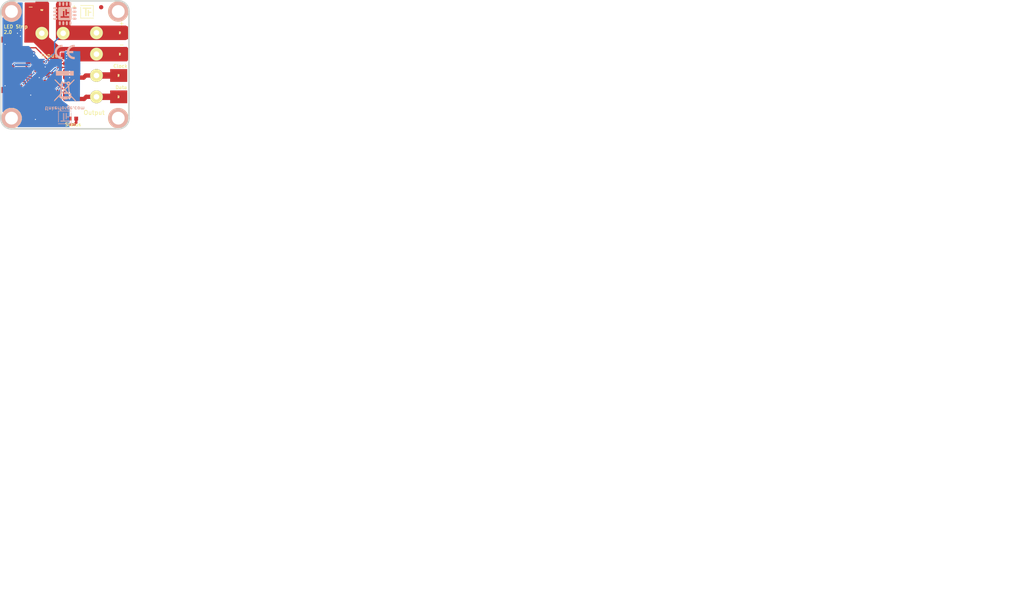
<source format=kicad_pcb>
(kicad_pcb (version 4) (host pcbnew 4.0.7-e2-6376~58~ubuntu17.04.1)
  (title_block (title "LED Strip Bricklet") (date "Mi 08 Jul 2015") (rev 1.1) (company "Tinkerforge GmbH") (comment 1 "Licensed under CERN OHL v.1.1") (comment 2 "Copyright (©) 2015, B.Nordmeyer <bastian@tinkerforge.com>"))
  (layers (0 Vorderseite signal hide) (31 Rückseite signal hide) (34 B.Paste user) (35 F.Paste user) (36 B.SilkS user) (37 F.SilkS user) (38 B.Mask user) (39 F.Mask user) (44 Edge.Cuts user))
  (net 0 "")
  (net 1 +5V)
  (net 2 AGND)
  (net 3 GND)
  (net 4 VCC)
  (net 5 "Net-(D1-Pad1)")
  (net 6 "Net-(D2-Pad1)")
  (net 7 "Net-(J1-Pad2)")
  (net 8 "Net-(P1-Pad4)")
  (net 9 "Net-(P1-Pad5)")
  (net 10 "Net-(P1-Pad6)")
  (net 11 "Net-(Q1-PadG)")
  (net 12 "Net-(Q2-PadG)")
  (net 13 "Net-(D1-Pad2)")
  (net 14 "Net-(C1-Pad1)")
  (net 15 ADC)
  (net 16 S-MISO)
  (net 17 S-MOSI)
  (net 18 S-CLK)
  (net 19 S-CS)
  (net 20 DAT)
  (net 21 CLK)
  (net 22 "Net-(D3-Pad2)")
  (net 23 "Net-(P8-Pad2)")
  (net 24 "Net-(P9-Pad1)")
  (net 25 "Net-(R3-Pad2)")
  (module kicad-libraries:Logo_31x31 (layer Vorderseite) (at 61.5 28.3)
    (fp_text reference G*** hide)
    (fp_text value Logo_31x31 hide)
  )
  (module kicad-libraries:Fiducial_Mark (layer Vorderseite) (at 66.4 28.8)
    (fp_text reference Fiducial_Mark hide)
    (fp_text value VAL** hide)
    (pad 1 smd circle (at 0 0) (size 1.00076 1.00076) (layers Vorderseite F.Paste F.Mask) (clearance 0.65024))
  )
  (module kicad-libraries:Fiducial_Mark (layer Vorderseite) (at 44.9 50.3)
    (fp_text reference Fiducial_Mark hide)
    (fp_text value VAL** hide)
    (pad 1 smd circle (at 0 0) (size 1.00076 1.00076) (layers Vorderseite F.Paste F.Mask) (clearance 0.65024))
  )
  (module kicad-libraries:SOD-323 (layer Vorderseite) (at 59.3 50.3 180)
    (fp_text reference D2)
    (fp_text value ESD5V0D3B-TP)
    (pad 1 smd rect (at -1.3208 0 180) (size 0.762 0.6858) (layers Vorderseite F.Paste F.Mask) (net 6 "Net-(D2-Pad1)"))
    (pad 2 smd rect (at 1.3208 0 180) (size 0.762 0.6858) (layers Vorderseite F.Paste F.Mask) (net 13 "Net-(D1-Pad2)"))
  )
  (module kicad-libraries:SOD-323 (layer Vorderseite) (at 59.3 45.3 180)
    (fp_text reference D1)
    (fp_text value ESD5V0D3B-TP)
    (pad 1 smd rect (at -1.3208 0 180) (size 0.762 0.6858) (layers Vorderseite F.Paste F.Mask) (net 5 "Net-(D1-Pad1)"))
    (pad 2 smd rect (at 1.3208 0 180) (size 0.762 0.6858) (layers Vorderseite F.Paste F.Mask) (net 13 "Net-(D1-Pad2)"))
  )
  (module kicad-libraries:DRILL_NP (layer Vorderseite) (at 45.4 29.8)
    (fp_text reference U5 hide)
    (fp_text value DRILL hide)
    (pad "" np_thru_hole circle (at 0 0) (size 2.99974 2.99974) (drill 2.99974) (layers *.Cu *.Mask F.SilkS) (clearance 0.89916))
  )
  (module kicad-libraries:DRILL_NP (layer Vorderseite) (at 45.4 54.8)
    (fp_text reference U4 hide)
    (fp_text value DRILL hide)
    (pad "" np_thru_hole circle (at 0 0) (size 2.99974 2.99974) (drill 2.99974) (layers *.Cu *.Mask F.SilkS) (clearance 0.89916))
  )
  (module kicad-libraries:DRILL_NP (layer Vorderseite) (at 70.4 29.8)
    (fp_text reference U3 hide)
    (fp_text value DRILL hide)
    (pad "" np_thru_hole circle (at 0 0) (size 2.99974 2.99974) (drill 2.99974) (layers *.Cu *.Mask F.SilkS) (clearance 0.89916))
  )
  (module kicad-libraries:DRILL_NP (layer Vorderseite) (at 70.4 54.8 180)
    (fp_text reference U2 hide)
    (fp_text value DRILL hide)
    (pad "" np_thru_hole circle (at 0 0 180) (size 2.99974 2.99974) (drill 2.99974) (layers *.Cu *.Mask F.SilkS) (clearance 0.89916))
  )
  (module kicad-libraries:SOT23GDS (layer Vorderseite) (at 59 47.9 90)
    (fp_text reference Q2)
    (fp_text value 2N7002P)
    (pad S smd rect (at -0.889 -1.016 90) (size 0.9144 0.9144) (layers Vorderseite F.Paste F.Mask) (net 13 "Net-(D1-Pad2)"))
    (pad G smd rect (at 0.889 -1.016 90) (size 0.9144 0.9144) (layers Vorderseite F.Paste F.Mask) (net 12 "Net-(Q2-PadG)"))
    (pad D smd rect (at 0 1.016 90) (size 0.9144 0.9144) (layers Vorderseite F.Paste F.Mask) (net 6 "Net-(D2-Pad1)"))
  )
  (module kicad-libraries:SOT23GDS (layer Vorderseite) (at 59 42.9 90)
    (fp_text reference Q1)
    (fp_text value 2N7002P)
    (pad S smd rect (at -0.889 -1.016 90) (size 0.9144 0.9144) (layers Vorderseite F.Paste F.Mask) (net 13 "Net-(D1-Pad2)"))
    (pad G smd rect (at 0.889 -1.016 90) (size 0.9144 0.9144) (layers Vorderseite F.Paste F.Mask) (net 11 "Net-(Q1-PadG)"))
    (pad D smd rect (at 0 1.016 90) (size 0.9144 0.9144) (layers Vorderseite F.Paste F.Mask) (net 5 "Net-(D1-Pad1)"))
  )
  (module kicad-libraries:SOLDER_PAD2 (layer Vorderseite) (at 70.5 49.8 270)
    (fp_text reference P7 (at 0 0 270) (layer F.SilkS) (effects (font (size 0.29972 0.29972) (thickness 0.0762))))
    (fp_text value TST (at 0 0 270) (layer F.SilkS) (effects (font (size 0.29972 0.29972) (thickness 0.0762))))
    (pad 1 smd rect (at 0 0 270) (size 3 4) (layers Vorderseite F.Paste F.Mask) (net 6 "Net-(D2-Pad1)"))
  )
  (module kicad-libraries:SOLDER_PAD2 (layer Vorderseite) (at 70.5 44.8 90)
    (fp_text reference P6 (at 0 0 90) (layer F.SilkS) (effects (font (size 0.29972 0.29972) (thickness 0.0762))))
    (fp_text value TST (at 0 0 90) (layer F.SilkS) (effects (font (size 0.29972 0.29972) (thickness 0.0762))))
    (pad 1 smd rect (at 0 0 90) (size 3 4) (layers Vorderseite F.Paste F.Mask) (net 5 "Net-(D1-Pad1)"))
  )
  (module kicad-libraries:SOLDER_PAD2 (layer Vorderseite) (at 70.8 39.8 90)
    (fp_text reference P5 (at 0 0 90) (layer F.SilkS) (effects (font (size 0.29972 0.29972) (thickness 0.0762))))
    (fp_text value TST (at 0 0 90) (layer F.SilkS) (effects (font (size 0.29972 0.29972) (thickness 0.0762))))
    (pad 1 smd rect (at 0 0 90) (size 3 4) (layers Vorderseite F.Paste F.Mask) (net 2 AGND))
  )
  (module kicad-libraries:SOLDER_PAD2 (layer Vorderseite) (at 57.5 29.5)
    (fp_text reference P4 (at 0 0) (layer F.SilkS) (effects (font (size 0.29972 0.29972) (thickness 0.0762))))
    (fp_text value TST (at 0 0) (layer F.SilkS) (effects (font (size 0.29972 0.29972) (thickness 0.0762))))
    (pad 1 smd rect (at 0 0) (size 3 4) (layers Vorderseite F.Paste F.Mask) (net 7 "Net-(J1-Pad2)"))
  )
  (module kicad-libraries:SOLDER_PAD2 (layer Vorderseite) (at 70.8 34.8 90)
    (fp_text reference P3 (at 0 0 90) (layer F.SilkS) (effects (font (size 0.29972 0.29972) (thickness 0.0762))))
    (fp_text value TST (at 0 0 90) (layer F.SilkS) (effects (font (size 0.29972 0.29972) (thickness 0.0762))))
    (pad 1 smd rect (at 0 0 90) (size 3 4) (layers Vorderseite F.Paste F.Mask) (net 7 "Net-(J1-Pad2)"))
  )
  (module kicad-libraries:SOLDER_PAD2 (layer Vorderseite) (at 52.5 29.5 180)
    (fp_text reference P2 (at 0 0 180) (layer F.SilkS) (effects (font (size 0.29972 0.29972) (thickness 0.0762))))
    (fp_text value TST (at 0 0 180) (layer F.SilkS) (effects (font (size 0.29972 0.29972) (thickness 0.0762))))
    (pad 1 smd rect (at 0 0 180) (size 3 4) (layers Vorderseite F.Paste F.Mask) (net 2 AGND))
  )
  (module kicad-libraries:AKL_5_2 (layer Vorderseite) (at 65.3 47.3 270)
    (fp_text reference J3)
    (fp_text value AKL_5_2)
    (pad 1 thru_hole circle (at -2.49936 0 270) (size 2.99974 2.99974) (drill 1.30048) (layers *.Cu *.Mask F.SilkS) (net 5 "Net-(D1-Pad1)"))
    (pad 2 thru_hole circle (at 2.49936 0 270) (size 2.99974 2.99974) (drill 1.30048) (layers *.Cu *.Mask F.SilkS) (net 6 "Net-(D2-Pad1)"))
  )
  (module kicad-libraries:AKL_5_2 (layer Vorderseite) (at 65.3 37.3 270)
    (fp_text reference J2)
    (fp_text value AKL_5_2)
    (pad 1 thru_hole circle (at -2.49936 0 270) (size 2.99974 2.99974) (drill 1.30048) (layers *.Cu *.Mask F.SilkS) (net 7 "Net-(J1-Pad2)"))
    (pad 2 thru_hole circle (at 2.49936 0 270) (size 2.99974 2.99974) (drill 1.30048) (layers *.Cu *.Mask F.SilkS) (net 2 AGND))
  )
  (module kicad-libraries:AKL_5_2 (layer Vorderseite) (at 55 34.9)
    (fp_text reference J1)
    (fp_text value AKL_5_2)
    (pad 1 thru_hole circle (at -2.49936 0) (size 2.99974 2.99974) (drill 1.30048) (layers *.Cu *.Mask F.SilkS) (net 2 AGND))
    (pad 2 thru_hole circle (at 2.49936 0) (size 2.99974 2.99974) (drill 1.30048) (layers *.Cu *.Mask F.SilkS) (net 7 "Net-(J1-Pad2)"))
  )
  (module kicad-libraries:WEEE_7mm (layer Rückseite) (at 57.9 47.3)
    (fp_text reference VAL hide)
    (fp_text value WEEE_7mm hide)
  )
  (module kicad-libraries:CE_5mm (layer Rückseite) (at 57.9 39.3)
    (fp_text reference VAL hide)
    (fp_text value CE_5mm hide)
  )
  (module kicad-libraries:Logo_31x31 (layer Rückseite) (at 56.3 56.2)
    (fp_text reference G*** hide)
    (fp_text value Logo_31x31 hide)
  )
  (module kicad-libraries:F1206 (layer Vorderseite) (at 58.9 40.2)
    (fp_text reference F1)
    (fp_text value FUSE)
    (pad 1 smd rect (at -1.50114 0) (size 1.00076 1.6002) (layers Vorderseite F.Paste F.Mask) (net 13 "Net-(D1-Pad2)"))
    (pad 2 smd rect (at 1.50114 0) (size 1.00076 1.6002) (layers Vorderseite F.Paste F.Mask) (net 2 AGND))
  )
  (module C0402E (layer Vorderseite) (at 49.1 48.2 315)
    (fp_text reference C1)
    (fp_text value 220pF)
    (pad 1 smd rect (at -0.65 0 315) (size 0.7 0.9) (layers Vorderseite F.Paste F.Mask) (net 14 "Net-(C1-Pad1)"))
    (pad 2 smd rect (at 0.65 0 315) (size 0.7 0.9) (layers Vorderseite F.Paste F.Mask) (net 3 GND))
  )
  (module kicad-libraries:C0805E (layer Vorderseite) (at 49.5 40.4 90)
    (fp_text reference C2)
    (fp_text value 10uF)
    (pad 1 smd rect (at -0.95 0 90) (size 1.3 1.5) (layers Vorderseite F.Paste F.Mask) (net 4 VCC) (clearance 0.14986))
    (pad 2 smd rect (at 0.95 0 90) (size 1.3 1.5) (layers Vorderseite F.Paste F.Mask) (net 3 GND) (clearance 0.14986))
  )
  (module kicad-libraries:C0603F (layer Vorderseite) (at 52.6 54.9 180)
    (fp_text reference C3)
    (fp_text value 100nF)
    (pad 1 smd rect (at -0.75 0 180) (size 0.9 0.9) (layers Vorderseite F.Paste F.Mask) (net 4 VCC))
    (pad 2 smd rect (at 0.75 0 180) (size 0.9 0.9) (layers Vorderseite F.Paste F.Mask) (net 3 GND))
  )
  (module kicad-libraries:C0603F (layer Vorderseite) (at 52.6 44.5 180)
    (fp_text reference C4)
    (fp_text value 100nF)
    (pad 1 smd rect (at -0.75 0 180) (size 0.9 0.9) (layers Vorderseite F.Paste F.Mask) (net 1 +5V))
    (pad 2 smd rect (at 0.75 0 180) (size 0.9 0.9) (layers Vorderseite F.Paste F.Mask) (net 3 GND))
  )
  (module kicad-libraries:R0603F (layer Vorderseite) (at 48.25 34.9)
    (fp_text reference L1)
    (fp_text value FB)
    (pad 1 smd rect (at -0.75 0) (size 0.9 0.9) (layers Vorderseite F.Paste F.Mask) (net 3 GND))
    (pad 2 smd rect (at 0.75 0) (size 0.9 0.9) (layers Vorderseite F.Paste F.Mask) (net 2 AGND))
  )
  (module kicad-libraries:CON-SENSOR2 (layer Vorderseite) (at 43 42.3 270)
    (fp_text reference P1)
    (fp_text value CON-SENSOR)
    (pad 1 smd rect (at -3.75 -4.6 270) (size 0.6 1.8) (layers Vorderseite F.Paste F.Mask) (net 1 +5V))
    (pad 2 smd rect (at -2.5 -4.6 270) (size 0.6 1.8) (layers Vorderseite F.Paste F.Mask) (net 3 GND))
    (pad EP smd rect (at -5.9 -1.2 270) (size 1.4 2.4) (layers Vorderseite F.Paste F.Mask) (net 3 GND))
    (pad EP smd rect (at 5.9 -1.2 270) (size 1.4 2.4) (layers Vorderseite F.Paste F.Mask) (net 3 GND))
    (pad 3 smd rect (at -1.25 -4.6 270) (size 0.6 1.8) (layers Vorderseite F.Paste F.Mask) (net 4 VCC))
    (pad 4 smd rect (at 0 -4.6 270) (size 0.6 1.8) (layers Vorderseite F.Paste F.Mask) (net 8 "Net-(P1-Pad4)"))
    (pad 5 smd rect (at 1.25 -4.6 270) (size 0.6 1.8) (layers Vorderseite F.Paste F.Mask) (net 9 "Net-(P1-Pad5)"))
    (pad 6 smd rect (at 2.5 -4.6 270) (size 0.6 1.8) (layers Vorderseite F.Paste F.Mask) (net 10 "Net-(P1-Pad6)"))
    (pad 7 smd rect (at 3.75 -4.6 270) (size 0.6 1.8) (layers Vorderseite F.Paste F.Mask) (net 14 "Net-(C1-Pad1)"))
  )
  (module kicad-libraries:R0603F (layer Vorderseite) (at 51.7 43 180)
    (fp_text reference R1)
    (fp_text value 1k)
    (pad 1 smd rect (at -0.75 0 180) (size 0.9 0.9) (layers Vorderseite F.Paste F.Mask) (net 3 GND))
    (pad 2 smd rect (at 0.75 0 180) (size 0.9 0.9) (layers Vorderseite F.Paste F.Mask) (net 15 ADC))
  )
  (module kicad-libraries:R0603F (layer Vorderseite) (at 51.7 41.6)
    (fp_text reference R2)
    (fp_text value 10k)
    (pad 1 smd rect (at -0.75 0) (size 0.9 0.9) (layers Vorderseite F.Paste F.Mask) (net 15 ADC))
    (pad 2 smd rect (at 0.75 0) (size 0.9 0.9) (layers Vorderseite F.Paste F.Mask) (net 7 "Net-(J1-Pad2)"))
  )
  (module kicad-libraries:4X0402 (layer Vorderseite) (at 50.3 46.9 225)
    (fp_text reference RP1)
    (fp_text value 82)
    (pad 1 smd rect (at -0.7493 0.575 45) (size 0.29972 0.65) (layers Vorderseite F.Paste F.Mask) (net 8 "Net-(P1-Pad4)"))
    (pad 2 smd rect (at -0.24892 0.575 45) (size 0.29972 0.65) (layers Vorderseite F.Paste F.Mask) (net 9 "Net-(P1-Pad5)"))
    (pad 3 smd rect (at 0.24892 0.575 45) (size 0.29972 0.65) (layers Vorderseite F.Paste F.Mask) (net 10 "Net-(P1-Pad6)"))
    (pad 4 smd rect (at 0.7493 0.575 45) (size 0.29972 0.65) (layers Vorderseite F.Paste F.Mask) (net 14 "Net-(C1-Pad1)"))
    (pad 5 smd rect (at 0.7493 -0.575 225) (size 0.29972 0.65) (layers Vorderseite F.Paste F.Mask) (net 16 S-MISO))
    (pad 6 smd rect (at 0.24892 -0.575 225) (size 0.29972 0.65) (layers Vorderseite F.Paste F.Mask) (net 17 S-MOSI))
    (pad 7 smd rect (at -0.24892 -0.575 225) (size 0.29972 0.65) (layers Vorderseite F.Paste F.Mask) (net 18 S-CLK))
    (pad 8 smd rect (at -0.7493 -0.575 225) (size 0.29972 0.65) (layers Vorderseite F.Paste F.Mask) (net 19 S-CS))
  )
  (module kicad-libraries:4X0603 (layer Vorderseite) (at 55.6 45.4 270)
    (fp_text reference RP3)
    (fp_text value 1k)
    (pad 1 smd rect (at -1.19888 -0.8509 270) (size 0.44958 0.89916) (layers Vorderseite F.Paste F.Mask) (net 5 "Net-(D1-Pad1)"))
    (pad 2 smd rect (at -0.39878 -0.8509 270) (size 0.44958 0.89916) (layers Vorderseite F.Paste F.Mask))
    (pad 3 smd rect (at 0.39878 -0.8509 270) (size 0.44958 0.89916) (layers Vorderseite F.Paste F.Mask))
    (pad 4 smd rect (at 1.19888 -0.8509 270) (size 0.44958 0.89916) (layers Vorderseite F.Paste F.Mask) (net 6 "Net-(D2-Pad1)"))
    (pad 5 smd rect (at 1.19888 0.8509 270) (size 0.44958 0.89916) (layers Vorderseite F.Paste F.Mask) (net 1 +5V))
    (pad 6 smd rect (at 0.39878 0.8509 270) (size 0.44958 0.89916) (layers Vorderseite F.Paste F.Mask) (net 1 +5V))
    (pad 7 smd rect (at -0.39878 0.8509 270) (size 0.44958 0.89916) (layers Vorderseite F.Paste F.Mask) (net 1 +5V))
    (pad 8 smd rect (at -1.19888 0.8509 270) (size 0.44958 0.89916) (layers Vorderseite F.Paste F.Mask) (net 1 +5V))
  )
  (module kicad-libraries:QFN24-4x4mm-0.5mm (layer Vorderseite) (at 52.6 51.5)
    (fp_text reference U1)
    (fp_text value XMC1302)
    (pad 1 smd oval (at -2.025 -1.25) (size 1 0.3) (layers Vorderseite F.Paste F.Mask) (net 16 S-MISO))
    (pad 2 smd oval (at -2.025 -0.75) (size 1 0.3) (layers Vorderseite F.Paste F.Mask) (net 15 ADC))
    (pad 3 smd oval (at -2.025 -0.25) (size 1 0.3) (layers Vorderseite F.Paste F.Mask))
    (pad 4 smd oval (at -2.025 0.25) (size 1 0.3) (layers Vorderseite F.Paste F.Mask))
    (pad 5 smd oval (at -2.025 0.75) (size 1 0.3) (layers Vorderseite F.Paste F.Mask))
    (pad 6 smd oval (at -2.025 1.25) (size 1 0.3) (layers Vorderseite F.Paste F.Mask))
    (pad 7 smd oval (at -1.25 2.025 90) (size 1 0.3) (layers Vorderseite F.Paste F.Mask) (net 24 "Net-(P9-Pad1)"))
    (pad 8 smd oval (at -0.75 2.025 90) (size 1 0.3) (layers Vorderseite F.Paste F.Mask))
    (pad 9 smd oval (at -0.25 2.025 90) (size 1 0.3) (layers Vorderseite F.Paste F.Mask) (net 3 GND))
    (pad 10 smd oval (at 0.25 2.025 90) (size 1 0.3) (layers Vorderseite F.Paste F.Mask) (net 4 VCC))
    (pad 11 smd oval (at 0.75 2.025 90) (size 1 0.3) (layers Vorderseite F.Paste F.Mask))
    (pad 12 smd oval (at 1.25 2.025 90) (size 1 0.3) (layers Vorderseite F.Paste F.Mask))
    (pad 13 smd oval (at 2.025 1.25) (size 1 0.3) (layers Vorderseite F.Paste F.Mask) (net 25 "Net-(R3-Pad2)"))
    (pad 14 smd oval (at 2.025 0.75) (size 1 0.3) (layers Vorderseite F.Paste F.Mask) (net 23 "Net-(P8-Pad2)"))
    (pad 15 smd oval (at 2.025 0.25) (size 1 0.3) (layers Vorderseite F.Paste F.Mask))
    (pad 16 smd oval (at 2.025 -0.25) (size 1 0.3) (layers Vorderseite F.Paste F.Mask))
    (pad 17 smd oval (at 2.025 -0.75) (size 1 0.3) (layers Vorderseite F.Paste F.Mask) (net 20 DAT))
    (pad 18 smd oval (at 2.025 -1.25) (size 1 0.3) (layers Vorderseite F.Paste F.Mask))
    (pad 19 smd oval (at 1.25 -2.025 90) (size 1 0.3) (layers Vorderseite F.Paste F.Mask) (net 21 CLK))
    (pad 20 smd oval (at 0.75 -2.025 90) (size 1 0.3) (layers Vorderseite F.Paste F.Mask))
    (pad 21 smd oval (at 0.25 -2.025 90) (size 1 0.3) (layers Vorderseite F.Paste F.Mask))
    (pad 22 smd oval (at -0.25 -2.025 90) (size 1 0.3) (layers Vorderseite F.Paste F.Mask) (net 19 S-CS))
    (pad 23 smd oval (at -0.75 -2.025 90) (size 1 0.3) (layers Vorderseite F.Paste F.Mask) (net 18 S-CLK))
    (pad 24 smd oval (at -1.25 -2.025 90) (size 1 0.3) (layers Vorderseite F.Paste F.Mask) (net 17 S-MOSI))
    (pad EXP smd rect (at 0.65 0.65) (size 1.3 1.3) (layers Vorderseite F.Paste F.Mask) (net 3 GND))
    (pad EXP smd rect (at 0.65 -0.65) (size 1.3 1.3) (layers Vorderseite F.Paste F.Mask) (net 3 GND))
    (pad EXP smd rect (at -0.65 0.65) (size 1.3 1.3) (layers Vorderseite F.Paste F.Mask) (net 3 GND))
    (pad EXP smd rect (at -0.65 -0.65) (size 1.3 1.3) (layers Vorderseite F.Paste F.Mask) (net 3 GND))
  )
  (module D0603F (layer Vorderseite) (at 59.8 54.9 180)
    (fp_text reference D3)
    (fp_text value blue)
    (pad 1 smd rect (at -0.75 0 180) (size 0.9 0.9) (layers Vorderseite F.Paste F.Mask) (net 4 VCC))
    (pad 2 smd rect (at 0.75 0 180) (size 0.9 0.9) (layers Vorderseite F.Paste F.Mask) (net 22 "Net-(D3-Pad2)"))
  )
  (module kicad-libraries:SolderJumper (layer Vorderseite) (at 57.3 52.2 180)
    (fp_text reference P8)
    (fp_text value Boot)
    (pad 2 smd rect (at 0.55 0 180) (size 0.3 1.4) (layers Vorderseite F.Mask) (net 23 "Net-(P8-Pad2)"))
    (pad 2 smd rect (at 0.15 0 180) (size 0.6 0.5) (layers Vorderseite F.Mask) (net 23 "Net-(P8-Pad2)"))
    (pad 1 smd rect (at -0.5 0 180) (size 0.4 1.4) (layers Vorderseite F.Mask) (net 3 GND))
    (pad 1 smd rect (at -0.225 0.55 180) (size 0.95 0.3) (layers Vorderseite F.Mask) (net 3 GND))
    (pad 1 smd rect (at -0.225 -0.55 180) (size 0.95 0.3) (layers Vorderseite F.Mask) (net 3 GND))
  )
  (module kicad-libraries:DEBUG_PAD (layer Vorderseite) (at 49.8 54.2)
    (fp_text reference P9)
    (fp_text value Debug)
    (pad 1 smd circle (at 0 0) (size 0.7 0.7) (layers Vorderseite F.Paste F.Mask) (net 24 "Net-(P9-Pad1)"))
  )
  (module kicad-libraries:R0603F (layer Vorderseite) (at 56.9 54.9 180)
    (fp_text reference R3)
    (fp_text value 1k)
    (pad 1 smd rect (at -0.75 0 180) (size 0.9 0.9) (layers Vorderseite F.Paste F.Mask) (net 22 "Net-(D3-Pad2)"))
    (pad 2 smd rect (at 0.75 0 180) (size 0.9 0.9) (layers Vorderseite F.Paste F.Mask) (net 25 "Net-(R3-Pad2)"))
  )
  (module kicad-libraries:R0603F (layer Vorderseite) (at 53.2 47.1 90)
    (fp_text reference R4)
    (fp_text value 470)
    (pad 1 smd rect (at -0.75 0 90) (size 0.9 0.9) (layers Vorderseite F.Paste F.Mask) (net 21 CLK))
    (pad 2 smd rect (at 0.75 0 90) (size 0.9 0.9) (layers Vorderseite F.Paste F.Mask) (net 11 "Net-(Q1-PadG)"))
  )
  (module kicad-libraries:R0603F (layer Vorderseite) (at 56.2 49.5 90)
    (fp_text reference R5)
    (fp_text value 470)
    (pad 1 smd rect (at -0.75 0 90) (size 0.9 0.9) (layers Vorderseite F.Paste F.Mask) (net 20 DAT))
    (pad 2 smd rect (at 0.75 0 90) (size 0.9 0.9) (layers Vorderseite F.Paste F.Mask) (net 12 "Net-(Q2-PadG)"))
  )
  (module kicad-libraries:Logo_CoMCU (layer Rückseite) (at 57.9 30.3)
    (fp_text reference G*** hide)
    (fp_text value LOGO hide)
  )
  (gr_text Status (at 59.8 56.3) (layer F.SilkS) (effects (font (size 0.8 0.8))))
  (gr_text tinkerforge.com (at 57.9 52.5 180) (layer B.SilkS) (effects (font (size 0.8 0.8)) (justify mirror)))
  (gr_text "LED Strip\n2.0" (at 43.5 34) (layer F.SilkS) (effects (font (size 0.8 0.8)) (justify left)))
  (gr_text Output (at 64.75 53.5) (layer F.SilkS) (effects (font (size 1 1))))
  (gr_text Input (at 54.2 40.1) (layer F.SilkS) (effects (font (size 1 1))))
  (gr_text Data (at 71.1 47.6) (layer F.SilkS) (effects (font (size 0.8 0.8))))
  (gr_text - (at 71.2 37.6) (layer F.SilkS) (effects (font (size 1 1))))
  (gr_text Clock (at 70.9 42.6) (layer F.SilkS) (effects (font (size 0.8 0.8))))
  (gr_text + (at 71.2 32.6) (layer F.SilkS) (effects (font (size 1 1))))
  (gr_text - (at 49.9 28.7) (layer F.SilkS) (effects (font (size 1 1))))
  (gr_text + (at 60.1 28.7) (layer F.SilkS) (effects (font (size 1 1))))
  (gr_line (start 70.4 57.3) (end 45.4 57.3) (angle 90) (layer Edge.Cuts) (width 0.381))
  (gr_line (start 70.4 27.3) (end 45.4 27.3) (angle 90) (layer Edge.Cuts) (width 0.381))
  (gr_line (start 72.9 29.8) (end 72.9 54.8) (angle 90) (layer Edge.Cuts) (width 0.381))
  (gr_line (start 42.9 54.8) (end 42.9 29.8) (angle 90) (layer Edge.Cuts) (width 0.381))
  (gr_arc (start 70.4 54.8) (end 72.9 54.8) (angle 90) (layer Edge.Cuts) (width 0.381))
  (gr_arc (start 45.4 54.8) (end 45.4 57.3) (angle 90) (layer Edge.Cuts) (width 0.381))
  (gr_arc (start 45.4 29.8) (end 42.9 29.8) (angle 90) (layer Edge.Cuts) (width 0.381))
  (gr_arc (start 70.4 29.8) (end 70.4 27.3) (angle 90) (layer Edge.Cuts) (width 0.381))
  (segment (start 53.35 44.5) (end 53.7 44.5) (width 0.29972) (layer Vorderseite) (net 1))
  (segment (start 53.7 44.5) (end 54 44.8) (width 0.29972) (layer Vorderseite) (net 1))
  (segment (start 53.35 44.5) (end 53.35 43.75) (width 0.29972) (layer Vorderseite) (net 1))
  (segment (start 48.7 38.3) (end 48.45 38.55) (width 0.29972) (layer Vorderseite) (net 1))
  (segment (start 51.1 38.3) (end 48.7 38.3) (width 0.29972) (layer Vorderseite) (net 1))
  (segment (start 54.2 41.4) (end 51.1 38.3) (width 0.29972) (layer Vorderseite) (net 1))
  (segment (start 54.2 42.9) (end 54.2 41.4) (width 0.29972) (layer Vorderseite) (net 1))
  (segment (start 53.35 43.75) (end 54.2 42.9) (width 0.29972) (layer Vorderseite) (net 1))
  (segment (start 48.45 38.55) (end 47.6 38.55) (width 0.29972) (layer Vorderseite) (net 1))
  (segment (start 54 45.8) (end 54 45) (width 0.29972) (layer Vorderseite) (net 1))
  (segment (start 54.7491 45.79878) (end 54 45.79878) (width 0.29972) (layer Vorderseite) (net 1))
  (segment (start 54 45.79878) (end 54 45.8) (width 0.29972) (layer Vorderseite) (net 1))
  (segment (start 54 46.2) (end 54 45.8) (width 0.29972) (layer Vorderseite) (net 1))
  (segment (start 54.7491 46.59888) (end 54.39888 46.59888) (width 0.29972) (layer Vorderseite) (net 1))
  (segment (start 54.39888 46.59888) (end 54 46.2) (width 0.29972) (layer Vorderseite) (net 1))
  (segment (start 54.7491 45.00122) (end 54 45.00122) (width 0.29972) (layer Vorderseite) (net 1))
  (segment (start 54 45.00122) (end 54 45) (width 0.29972) (layer Vorderseite) (net 1))
  (segment (start 54 45) (end 54 44.8) (width 0.29972) (layer Vorderseite) (net 1))
  (segment (start 54 44.8) (end 54 44.4) (width 0.29972) (layer Vorderseite) (net 1))
  (segment (start 54 44.4) (end 54.19888 44.20112) (width 0.29972) (layer Vorderseite) (net 1))
  (segment (start 54.19888 44.20112) (end 54.7491 44.20112) (width 0.29972) (layer Vorderseite) (net 1))
  (segment (start 70.8 39.8) (end 65.30064 39.8) (width 1.50114) (layer Vorderseite) (net 2))
  (segment (start 65.30064 39.8) (end 65.3 39.79936) (width 1.50114) (layer Vorderseite) (net 2))
  (segment (start 60.40114 40.2) (end 64.89936 40.2) (width 1.50114) (layer Vorderseite) (net 2))
  (segment (start 64.89936 40.2) (end 65.3 39.79936) (width 1.50114) (layer Vorderseite) (net 2))
  (segment (start 52.50064 34.9) (end 52.50064 29.40064) (width 1.50114) (layer Vorderseite) (net 2))
  (segment (start 52.50064 29.40064) (end 52.5 29.4) (width 1.50114) (layer Vorderseite) (net 2))
  (segment (start 57.8 52.2) (end 58.4 52.2) (width 0.29972) (layer Vorderseite) (net 3))
  (via (at 58.4 52.2) (size 0.7) (drill 0.25) (layers Vorderseite Rückseite) (net 3))
  (segment (start 57.8 52.2) (end 58.4 52.2) (width 0.29972) (layer Vorderseite) (net 3))
  (segment (start 57.8 52.2) (end 57.8 52.7) (width 0.15) (layer Vorderseite) (net 3))
  (segment (start 57.8 52.7) (end 57.5 52.7) (width 0.15) (layer Vorderseite) (net 3))
  (segment (start 57.5 52.7) (end 57.525 52.75) (width 0.15) (layer Vorderseite) (net 3))
  (segment (start 57.525 51.65) (end 57.75 51.65) (width 0.15) (layer Vorderseite) (net 3))
  (segment (start 57.75 51.65) (end 57.8 51.7) (width 0.15) (layer Vorderseite) (net 3))
  (segment (start 57.8 51.7) (end 57.8 52.2) (width 0.15) (layer Vorderseite) (net 3))
  (segment (start 51.85 54.9) (end 51.4 54.9) (width 0.59944) (layer Vorderseite) (net 3))
  (segment (start 51.4 54.9) (end 51.2 55.1) (width 0.59944) (layer Vorderseite) (net 3))
  (via (at 51 55.1) (size 0.7) (drill 0.25) (layers Vorderseite Rückseite) (net 3))
  (segment (start 51.2 55.1) (end 51 55.1) (width 0.59944) (layer Vorderseite) (net 3))
  (segment (start 49.559619 48.659619) (end 49.9 49) (width 0.59944) (layer Vorderseite) (net 3))
  (via (at 49.9 49.4) (size 0.7) (drill 0.25) (layers Vorderseite Rückseite) (net 3))
  (segment (start 49.9 49) (end 49.9 49.4) (width 0.59944) (layer Vorderseite) (net 3))
  (segment (start 49.5 39.45) (end 49.85 39.45) (width 0.8001) (layer Vorderseite) (net 3))
  (segment (start 49.85 39.45) (end 50.6 40.2) (width 0.8001) (layer Vorderseite) (net 3))
  (via (at 50.6 40.2) (size 0.7) (drill 0.25) (layers Vorderseite Rückseite) (net 3))
  (segment (start 49.5 39.45) (end 50.55 39.45) (width 0.8001) (layer Vorderseite) (net 3))
  (via (at 50.6 39.5) (size 0.7) (drill 0.25) (layers Vorderseite Rückseite) (net 3))
  (segment (start 50.55 39.45) (end 50.6 39.5) (width 0.29972) (layer Vorderseite) (net 3))
  (segment (start 47.6 39.8) (end 49.15 39.8) (width 0.29972) (layer Vorderseite) (net 3))
  (segment (start 49.15 39.8) (end 49.5 39.45) (width 0.29972) (layer Vorderseite) (net 3))
  (segment (start 51.85 44.5) (end 51.85 45.25) (width 0.29972) (layer Vorderseite) (net 3))
  (via (at 51.9 45.3) (size 0.7) (drill 0.25) (layers Vorderseite Rückseite) (net 3))
  (segment (start 51.85 45.25) (end 51.9 45.3) (width 0.29972) (layer Vorderseite) (net 3))
  (segment (start 53.25 52.15) (end 53.25 50.85) (width 0.29972) (layer Vorderseite) (net 3))
  (segment (start 51.95 52.15) (end 53.25 52.15) (width 0.29972) (layer Vorderseite) (net 3))
  (segment (start 51.95 52.15) (end 51.95 50.85) (width 0.29972) (layer Vorderseite) (net 3))
  (segment (start 52.35 53.525) (end 52.35 52.55) (width 0.29972) (layer Vorderseite) (net 3))
  (segment (start 52.35 52.55) (end 51.95 52.15) (width 0.29972) (layer Vorderseite) (net 3))
  (segment (start 52.35 53.525) (end 52.35 54.25) (width 0.29972) (layer Vorderseite) (net 3))
  (segment (start 52.35 54.25) (end 51.85 54.75) (width 0.29972) (layer Vorderseite) (net 3))
  (segment (start 51.85 54.75) (end 51.85 54.9) (width 0.29972) (layer Vorderseite) (net 3))
  (segment (start 47.4499 34.2501) (end 47.5 34.2) (width 0.59944) (layer Vorderseite) (net 3))
  (via (at 47.5 34.2) (size 0.70104) (layers Vorderseite Rückseite) (net 3))
  (segment (start 47.4499 34.9) (end 47.4499 34.2501) (width 0.59944) (layer Vorderseite) (net 3))
  (segment (start 47.4499 35.5499) (end 47.5 35.6) (width 0.59944) (layer Vorderseite) (net 3))
  (via (at 47.5 35.6) (size 0.70104) (layers Vorderseite Rückseite) (net 3))
  (segment (start 47.4499 34.9) (end 47.4499 35.5499) (width 0.59944) (layer Vorderseite) (net 3))
  (via (at 46.8 34.9) (size 0.70104) (layers Vorderseite Rückseite) (net 3))
  (segment (start 47.4499 34.9) (end 46.8 34.9) (width 0.59944) (layer Vorderseite) (net 3))
  (segment (start 43.89916 47.20084) (end 43.9 47.2) (width 0.59944) (layer Vorderseite) (net 3))
  (via (at 43.9 47.2) (size 0.70104) (layers Vorderseite Rückseite) (net 3))
  (segment (start 43.89916 48.09882) (end 43.89916 47.20084) (width 0.59944) (layer Vorderseite) (net 3))
  (segment (start 43.89916 37.49916) (end 43.9 37.5) (width 0.59944) (layer Vorderseite) (net 3))
  (via (at 43.9 37.5) (size 0.70104) (layers Vorderseite Rückseite) (net 3))
  (segment (start 43.89916 36.50118) (end 43.89916 37.49916) (width 0.59944) (layer Vorderseite) (net 3))
  (segment (start 53.1 43) (end 53.3 42.8) (width 0.29972) (layer Vorderseite) (net 3))
  (via (at 53.3 42.8) (size 0.70104) (layers Vorderseite Rückseite) (net 3))
  (segment (start 52.5001 43) (end 53.1 43) (width 0.29972) (layer Vorderseite) (net 3))
  (segment (start 53.35 54.9) (end 53.35 55.85) (width 0.29972) (layer Vorderseite) (net 4))
  (segment (start 53.35 55.85) (end 52.9 56.3) (width 0.29972) (layer Vorderseite) (net 4))
  (segment (start 60.55 54.9) (end 60.55 55.85) (width 0.59944) (layer Vorderseite) (net 4))
  (segment (start 60.55 55.85) (end 60.1 56.3) (width 0.59944) (layer Vorderseite) (net 4))
  (segment (start 60.1 56.3) (end 52.9 56.3) (width 0.59944) (layer Vorderseite) (net 4))
  (via (at 49.5 42.3) (size 0.7) (drill 0.25) (layers Vorderseite Rückseite) (net 4))
  (segment (start 52.9 56.3) (end 50.4 56.3) (width 0.59944) (layer Vorderseite) (net 4))
  (segment (start 50.4 56.3) (end 48.6 54.5) (width 0.59944) (layer Vorderseite) (net 4))
  (segment (start 48.6 54.5) (end 48.6 51.3) (width 0.59944) (layer Vorderseite) (net 4))
  (segment (start 48.6 51.3) (end 46.5 49.2) (width 0.59944) (layer Vorderseite) (net 4))
  (segment (start 46.5 49.2) (end 46.5 47.4) (width 0.59944) (layer Vorderseite) (net 4))
  (segment (start 46.5 47.4) (end 45.5 46.4) (width 0.59944) (layer Vorderseite) (net 4))
  (segment (start 45.5 46.4) (end 45.5 42.9) (width 0.59944) (layer Vorderseite) (net 4))
  (segment (start 45.5 42.9) (end 46.1 42.3) (width 0.59944) (layer Vorderseite) (net 4))
  (via (at 46.1 42.3) (size 0.7) (drill 0.25) (layers Vorderseite Rückseite) (net 4))
  (segment (start 46.1 42.3) (end 49.5 42.3) (width 0.59944) (layer Rückseite) (net 4))
  (segment (start 49.5 42.3) (end 49.5 41.35) (width 0.29972) (layer Vorderseite) (net 4))
  (segment (start 47.6 41.05) (end 49.2 41.05) (width 0.29972) (layer Vorderseite) (net 4))
  (segment (start 49.2 41.05) (end 49.5 41.35) (width 0.29972) (layer Vorderseite) (net 4))
  (segment (start 52.85 53.525) (end 52.85 54.25) (width 0.29972) (layer Vorderseite) (net 4))
  (segment (start 52.85 54.25) (end 53.35 54.75) (width 0.29972) (layer Vorderseite) (net 4))
  (segment (start 53.35 54.75) (end 53.35 54.9) (width 0.29972) (layer Vorderseite) (net 4))
  (segment (start 70.8 44.8) (end 65.30064 44.8) (width 1.50114) (layer Vorderseite) (net 5))
  (segment (start 65.30064 44.8) (end 65.3 44.80064) (width 1.50114) (layer Vorderseite) (net 5))
  (segment (start 60.016 42.9) (end 57.3 42.9) (width 0.29972) (layer Vorderseite) (net 5))
  (segment (start 57.3 42.9) (end 56.4509 43.7491) (width 0.29972) (layer Vorderseite) (net 5))
  (segment (start 60.6208 45.3) (end 60.6208 43.5048) (width 1.00076) (layer Vorderseite) (net 5))
  (segment (start 60.6208 43.5048) (end 60.016 42.9) (width 1.00076) (layer Vorderseite) (net 5))
  (segment (start 65.3 44.80064) (end 62.79936 44.80064) (width 1.00076) (layer Vorderseite) (net 5))
  (segment (start 62.3 45.3) (end 60.6208 45.3) (width 1.00076) (layer Vorderseite) (net 5))
  (segment (start 62.79936 44.80064) (end 62.3 45.3) (width 1.00076) (layer Vorderseite) (net 5))
  (segment (start 56.4509 43.7491) (end 56.4509 44.20112) (width 0.29972) (layer Vorderseite) (net 5))
  (segment (start 70.8 49.8) (end 65.30064 49.8) (width 1.50114) (layer Vorderseite) (net 6))
  (segment (start 65.30064 49.8) (end 65.3 49.79936) (width 1.50114) (layer Vorderseite) (net 6))
  (segment (start 60.016 47.9) (end 57.2 47.9) (width 0.29972) (layer Vorderseite) (net 6))
  (segment (start 57.2 47.9) (end 56.4509 47.1509) (width 0.29972) (layer Vorderseite) (net 6))
  (segment (start 60.6208 50.3) (end 60.6208 48.5048) (width 1.00076) (layer Vorderseite) (net 6))
  (segment (start 60.6208 48.5048) (end 60.016 47.9) (width 1.00076) (layer Vorderseite) (net 6))
  (segment (start 65.3 49.79936) (end 62.90064 49.79936) (width 1.00076) (layer Vorderseite) (net 6))
  (segment (start 62.4 50.3) (end 60.6208 50.3) (width 1.00076) (layer Vorderseite) (net 6))
  (segment (start 62.90064 49.79936) (end 62.4 50.3) (width 1.00076) (layer Vorderseite) (net 6))
  (segment (start 56.4509 47.1509) (end 56.4509 46.59888) (width 0.29972) (layer Vorderseite) (net 6))
  (segment (start 70.8 34.8) (end 65.30064 34.8) (width 1.50114) (layer Vorderseite) (net 7))
  (segment (start 65.30064 34.8) (end 65.3 34.80064) (width 1.50114) (layer Vorderseite) (net 7))
  (segment (start 57.5 29.4) (end 57.5 34.89936) (width 1.50114) (layer Vorderseite) (net 7))
  (segment (start 57.5 34.89936) (end 57.49936 34.9) (width 1.50114) (layer Vorderseite) (net 7))
  (segment (start 65.3 34.80064) (end 57.59872 34.80064) (width 1.50114) (layer Vorderseite) (net 7))
  (segment (start 57.59872 34.80064) (end 57.49936 34.9) (width 1.50114) (layer Vorderseite) (net 7))
  (via (at 53.4 41.6) (size 0.70104) (layers Vorderseite Rückseite) (net 7))
  (segment (start 53.4 41.6) (end 55.5 39.5) (width 0.29972) (layer Rückseite) (net 7))
  (segment (start 55.5 39.5) (end 55.5 36.89936) (width 0.29972) (layer Rückseite) (net 7))
  (segment (start 55.5 36.89936) (end 57.49936 34.9) (width 0.29972) (layer Rückseite) (net 7))
  (segment (start 52.5001 41.6) (end 53.4 41.6) (width 0.29972) (layer Vorderseite) (net 7))
  (segment (start 50.423249 45.963578) (end 50 45.540329) (width 0.29972) (layer Vorderseite) (net 8))
  (segment (start 49 42.8) (end 48.5 42.3) (width 0.29972) (layer Vorderseite) (net 8))
  (segment (start 49 43) (end 49 42.8) (width 0.29972) (layer Vorderseite) (net 8))
  (segment (start 50 44) (end 49 43) (width 0.29972) (layer Vorderseite) (net 8))
  (segment (start 50 45.540329) (end 50 44) (width 0.29972) (layer Vorderseite) (net 8))
  (segment (start 48.5 42.3) (end 47.6 42.3) (width 0.29972) (layer Vorderseite) (net 8))
  (segment (start 50.069427 46.317401) (end 49.5 45.747974) (width 0.29972) (layer Vorderseite) (net 9))
  (segment (start 48.7 43.5) (end 47.65 43.5) (width 0.29972) (layer Vorderseite) (net 9))
  (segment (start 49.5 44.3) (end 48.7 43.5) (width 0.29972) (layer Vorderseite) (net 9))
  (segment (start 49.5 45.747974) (end 49.5 44.3) (width 0.29972) (layer Vorderseite) (net 9))
  (segment (start 47.65 43.5) (end 47.6 43.55) (width 0.29972) (layer Vorderseite) (net 9))
  (segment (start 49 45.952026) (end 49 45.1) (width 0.29972) (layer Vorderseite) (net 10))
  (segment (start 48.7 44.8) (end 47.6 44.8) (width 0.29972) (layer Vorderseite) (net 10))
  (segment (start 49 45.1) (end 48.7 44.8) (width 0.29972) (layer Vorderseite) (net 10))
  (segment (start 49.717401 46.669427) (end 49 45.952026) (width 0.29972) (layer Vorderseite) (net 10))
  (segment (start 57.984 42.011) (end 57.189 42.011) (width 0.29972) (layer Vorderseite) (net 11))
  (via (at 53.2 45.6) (size 0.55) (drill 0.25) (layers Vorderseite Rückseite) (net 11))
  (segment (start 53.2 45.6) (end 55.6 43.2) (width 0.29972) (layer Rückseite) (net 11))
  (segment (start 55.6 43.2) (end 56 43.2) (width 0.29972) (layer Rückseite) (net 11))
  (via (at 56 43.2) (size 0.55) (drill 0.25) (layers Vorderseite Rückseite) (net 11))
  (segment (start 53.2 45.6) (end 53.2 46.35) (width 0.29972) (layer Vorderseite) (net 11))
  (segment (start 57.189 42.011) (end 56 43.2) (width 0.29972) (layer Vorderseite) (net 11))
  (segment (start 57.3 47) (end 57.1 47) (width 0.29972) (layer Rückseite) (net 12))
  (segment (start 56.2 47.9) (end 56.2 48.8) (width 0.29972) (layer Vorderseite) (net 12))
  (via (at 56.2 47.9) (size 0.55) (drill 0.25) (layers Vorderseite Rückseite) (net 12))
  (segment (start 57.1 47) (end 56.2 47.9) (width 0.29972) (layer Rückseite) (net 12))
  (segment (start 56.2 48.8) (end 56.2 48.75) (width 0.29972) (layer Vorderseite) (net 12))
  (segment (start 57.984 47.011) (end 57.311 47.011) (width 0.29972) (layer Vorderseite) (net 12))
  (via (at 57.3 47) (size 0.55) (drill 0.25) (layers Vorderseite Rückseite) (net 12))
  (segment (start 57.311 47.011) (end 57.3 47) (width 0.29972) (layer Vorderseite) (net 12))
  (segment (start 59 48.8) (end 59.7 48.8) (width 1.00076) (layer Rückseite) (net 13))
  (segment (start 58.989 48.789) (end 59 48.8) (width 1.00076) (layer Vorderseite) (net 13))
  (via (at 59 48.8) (size 0.70104) (layers Vorderseite Rückseite) (net 13))
  (segment (start 57.984 48.789) (end 58.989 48.789) (width 1.00076) (layer Vorderseite) (net 13))
  (segment (start 60.1 48.4) (end 60.1 45.3) (width 1.00076) (layer Rückseite) (net 13))
  (segment (start 59.7 48.8) (end 60.1 48.4) (width 1.00076) (layer Rückseite) (net 13))
  (segment (start 57.9792 49.5) (end 57.9792 48.7938) (width 1.00076) (layer Vorderseite) (net 13))
  (segment (start 57.9792 48.7938) (end 57.984 48.789) (width 1.00076) (layer Vorderseite) (net 13))
  (segment (start 57.9792 49.5) (end 59 49.5) (width 1.00076) (layer Vorderseite) (net 13))
  (via (at 59 49.5) (size 0.70104) (layers Vorderseite Rückseite) (net 13))
  (segment (start 59 50.3) (end 60.3 50.3) (width 1.00076) (layer Rückseite) (net 13))
  (via (at 59 50.3) (size 0.70104) (layers Vorderseite Rückseite) (net 13))
  (segment (start 57.9792 50.3) (end 59 50.3) (width 1.00076) (layer Vorderseite) (net 13))
  (segment (start 60.9 44.5) (end 61 44.5) (width 1.00076) (layer Rückseite) (net 13))
  (segment (start 60.9 49.7) (end 60.9 44.5) (width 1.00076) (layer Rückseite) (net 13))
  (segment (start 60.3 50.3) (end 60.9 49.7) (width 1.00076) (layer Rückseite) (net 13))
  (segment (start 58.3 39.6) (end 60.2 39.6) (width 1.00076) (layer Rückseite) (net 13))
  (via (at 58.3 39.6) (size 0.70104) (layers Vorderseite Rückseite) (net 13))
  (segment (start 58.3 39.6) (end 57.7 40.2) (width 1.00076) (layer Vorderseite) (net 13))
  (segment (start 61 40.4) (end 61 44.5) (width 1.00076) (layer Rückseite) (net 13))
  (segment (start 60.2 39.6) (end 61 40.4) (width 1.00076) (layer Rückseite) (net 13))
  (segment (start 61 44.5) (end 61 44.4) (width 1.00076) (layer Rückseite) (net 13))
  (segment (start 61 44.4) (end 60.1 45.3) (width 1.00076) (layer Rückseite) (net 13))
  (via (at 59 45.3) (size 0.70104) (layers Vorderseite Rückseite) (net 13))
  (segment (start 60.1 45.3) (end 59 45.3) (width 1.00076) (layer Rückseite) (net 13))
  (segment (start 57.9792 45.3) (end 59 45.3) (width 1.00076) (layer Vorderseite) (net 13))
  (segment (start 59 43.8) (end 59.2 43.8) (width 1.00076) (layer Rückseite) (net 13))
  (segment (start 59.2 43.8) (end 60 43) (width 1.00076) (layer Rückseite) (net 13))
  (segment (start 60 43) (end 60 41.1) (width 1.00076) (layer Rückseite) (net 13))
  (segment (start 60 41.1) (end 59.7 40.8) (width 1.00076) (layer Rückseite) (net 13))
  (segment (start 59.7 40.8) (end 58.3 40.8) (width 1.00076) (layer Rückseite) (net 13))
  (segment (start 58.3 40.8) (end 57.7 40.2) (width 1.00076) (layer Vorderseite) (net 13))
  (via (at 58.3 40.8) (size 0.70104) (layers Vorderseite Rückseite) (net 13))
  (segment (start 57.984 43.789) (end 58.989 43.789) (width 1.00076) (layer Vorderseite) (net 13))
  (via (at 59 43.8) (size 0.70104) (layers Vorderseite Rückseite) (net 13))
  (segment (start 58.989 43.789) (end 59 43.8) (width 1.00076) (layer Vorderseite) (net 13))
  (segment (start 57.39886 40.2) (end 57.7 40.2) (width 1.00076) (layer Vorderseite) (net 13))
  (segment (start 57.39886 40.2) (end 58.3 40.2) (width 1.00076) (layer Vorderseite) (net 13))
  (via (at 58.3 40.2) (size 0.70104) (layers Vorderseite Rückseite) (net 13))
  (segment (start 57.9792 44.5) (end 59 44.5) (width 1.00076) (layer Vorderseite) (net 13))
  (via (at 59 44.5) (size 0.70104) (layers Vorderseite Rückseite) (net 13))
  (segment (start 57.9792 45.3) (end 57.9792 44.5) (width 1.00076) (layer Vorderseite) (net 13))
  (segment (start 57.9792 44.5) (end 57.9792 43.7938) (width 1.00076) (layer Vorderseite) (net 13))
  (segment (start 57.9792 43.7938) (end 57.984 43.789) (width 1.00076) (layer Vorderseite) (net 13))
  (segment (start 57.9792 50.3) (end 57.9792 49.5) (width 1.00076) (layer Vorderseite) (net 13))
  (segment (start 48.640381 47.740381) (end 48.640381 46.440381) (width 0.29972) (layer Vorderseite) (net 14))
  (segment (start 48.640381 46.440381) (end 48.25 46.05) (width 0.29972) (layer Vorderseite) (net 14))
  (segment (start 48.25 46.05) (end 47.6 46.05) (width 0.29972) (layer Vorderseite) (net 14))
  (segment (start 49.363578 47.023249) (end 49.357513 47.023249) (width 0.29972) (layer Vorderseite) (net 14))
  (segment (start 49.357513 47.023249) (end 48.640381 47.740381) (width 0.29972) (layer Vorderseite) (net 14))
  (segment (start 50.575 50.75) (end 49.75 50.75) (width 0.29972) (layer Vorderseite) (net 15))
  (segment (start 50.95 43.85) (end 50.95 43) (width 0.29972) (layer Vorderseite) (net 15))
  (segment (start 50.7 44.1) (end 50.95 43.85) (width 0.29972) (layer Vorderseite) (net 15))
  (via (at 50.7 44.1) (size 0.55) (drill 0.25) (layers Vorderseite Rückseite) (net 15))
  (segment (start 50.7 44.2) (end 50.7 44.1) (width 0.29972) (layer Rückseite) (net 15))
  (segment (start 48 46.9) (end 50.7 44.2) (width 0.29972) (layer Rückseite) (net 15))
  (via (at 48 46.9) (size 0.55) (drill 0.25) (layers Vorderseite Rückseite) (net 15))
  (segment (start 47.6 47.3) (end 48 46.9) (width 0.29972) (layer Vorderseite) (net 15))
  (segment (start 47.6 48.6) (end 47.6 47.3) (width 0.29972) (layer Vorderseite) (net 15))
  (segment (start 49.75 50.75) (end 47.6 48.6) (width 0.29972) (layer Vorderseite) (net 15))
  (segment (start 50.8999 43) (end 50.8999 41.6) (width 0.29972) (layer Vorderseite) (net 15))
  (segment (start 50.575 50.25) (end 50.575 48.234671) (width 0.29972) (layer Vorderseite) (net 16))
  (segment (start 50.575 48.234671) (end 50.176751 47.836422) (width 0.29972) (layer Vorderseite) (net 16))
  (segment (start 51.35 49.475) (end 51.35 48.302026) (width 0.29972) (layer Vorderseite) (net 17))
  (segment (start 51.35 48.302026) (end 50.530573 47.482599) (width 0.29972) (layer Vorderseite) (net 17))
  (segment (start 51.85 49.475) (end 51.85 48.097974) (width 0.29972) (layer Vorderseite) (net 18))
  (segment (start 51.85 48.097974) (end 50.882599 47.130573) (width 0.29972) (layer Vorderseite) (net 18))
  (segment (start 52.35 49.475) (end 52.35 47.890329) (width 0.29972) (layer Vorderseite) (net 19))
  (segment (start 52.35 47.890329) (end 51.236422 46.776751) (width 0.29972) (layer Vorderseite) (net 19))
  (segment (start 54.625 50.75) (end 55.25 50.75) (width 0.29972) (layer Vorderseite) (net 20))
  (segment (start 55.25 50.75) (end 55.75 50.25) (width 0.29972) (layer Vorderseite) (net 20))
  (segment (start 55.75 50.25) (end 56.2 50.25) (width 0.29972) (layer Vorderseite) (net 20))
  (segment (start 53.85 49.475) (end 53.85 48.95) (width 0.29972) (layer Vorderseite) (net 21))
  (segment (start 53.85 48.95) (end 53.2 48.3) (width 0.29972) (layer Vorderseite) (net 21))
  (segment (start 53.2 48.3) (end 53.2 47.85) (width 0.29972) (layer Vorderseite) (net 21))
  (segment (start 57.65 54.9) (end 59.05 54.9) (width 0.29972) (layer Vorderseite) (net 22))
  (segment (start 57.15 52.2) (end 56.7 52.2) (width 0.29972) (layer Vorderseite) (net 23))
  (segment (start 56.7 52.2) (end 56.75 52.2) (width 0.29972) (layer Vorderseite) (net 23))
  (segment (start 54.625 52.25) (end 57.1 52.25) (width 0.29972) (layer Vorderseite) (net 23))
  (segment (start 57.1 52.25) (end 57.15 52.2) (width 0.29972) (layer Vorderseite) (net 23))
  (segment (start 51.35 53.525) (end 51.35 53.95) (width 0.29972) (layer Vorderseite) (net 24))
  (segment (start 51.35 53.95) (end 50.9 54.4) (width 0.29972) (layer Vorderseite) (net 24))
  (segment (start 50.9 54.4) (end 50 54.4) (width 0.29972) (layer Vorderseite) (net 24))
  (segment (start 50 54.4) (end 49.8 54.2) (width 0.29972) (layer Vorderseite) (net 24))
  (segment (start 56.15 54.9) (end 56.15 53.95) (width 0.29972) (layer Vorderseite) (net 25))
  (segment (start 56.15 53.95) (end 54.95 52.75) (width 0.29972) (layer Vorderseite) (net 25))
  (segment (start 54.95 52.75) (end 54.625 52.75) (width 0.29972) (layer Vorderseite) (net 25))
  (zone (net 7) (net_name "Net-(J1-Pad2)") (layer Vorderseite) (connect_pads yes (clearance 0.2)) (min_thickness 0.8) (fill yes (arc_segments 16) (thermal_gap 0) (thermal_bridge_width 3))
    (polygon (pts (xy 72.9 36.5) (xy 55.8 36.5) (xy 55.8 27.3) (xy 59.2 27.3) (xy 59.2 33.1) (xy 72.9 33.1)))
  )
  (zone (net 2) (net_name AGND) (layer Vorderseite) (connect_pads yes (clearance 0.2)) (min_thickness 0.15) (fill yes (arc_segments 16) (thermal_gap 0) (thermal_bridge_width 0.2))
    (polygon (pts (xy 72.9 38.1) (xy 56.8 38.1) (xy 54.2 35.9) (xy 54.2 27.3) (xy 48.5 27.3) (xy 48.4 37.1) (xy 50.6 37.1) (xy 55 41.5) (xy 72.9 41.5)))
  )
  (zone (net 3) (net_name GND) (layer Rückseite) (connect_pads (clearance 0.2)) (min_thickness 0.15) (fill yes (arc_segments 16) (thermal_gap 0) (thermal_bridge_width 0.2))
    (polygon (pts (xy 42.9 27.3) (xy 42.9 57.3) (xy 59 57.3) (xy 59 52) (xy 57.2 50.6) (xy 57.2 40.9) (xy 51.8 40.9) (xy 49.5 37.9) (xy 48 37.9) (xy 48 27.3)))
  )
  (zone (net 13) (net_name "Net-(D1-Pad2)") (layer Rückseite) (connect_pads yes (clearance 0.2)) (min_thickness 0.15) (fill yes (arc_segments 16) (thermal_gap 0) (thermal_bridge_width 0.2))
    (polygon (pts (xy 57.8 39.1) (xy 57.8 50.8) (xy 61.4 50.8) (xy 61.5 39.1)))
  )
)
</source>
